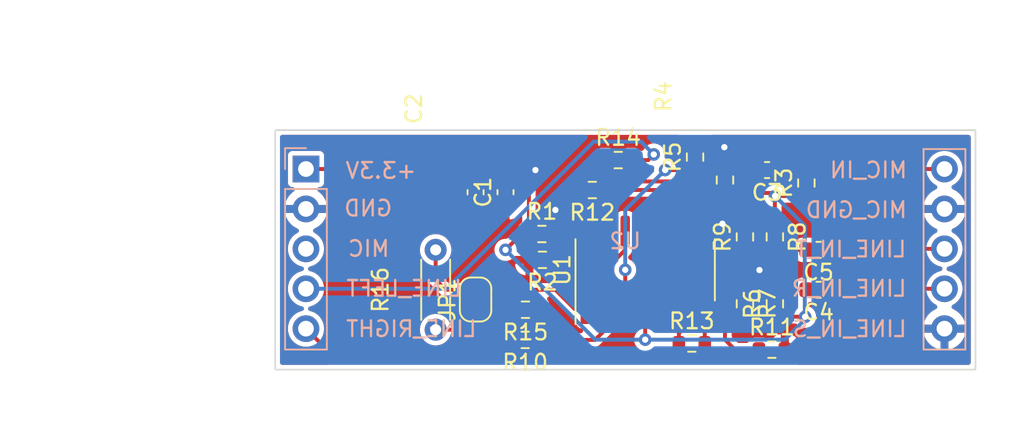
<source format=kicad_pcb>
(kicad_pcb (version 20211014) (generator pcbnew)
  (layers (0 "F.Cu" signal) (31 "B.Cu" signal) (34 "B.Paste" user) (35 "F.Paste" user) (36 "B.SilkS" user "B.Silkscreen") (37 "F.SilkS" user "F.Silkscreen") (38 "B.Mask" user) (39 "F.Mask" user) (44 "Edge.Cuts" user))
  (net 0 "")
  (net 1 "GND")
  (net 2 "+3V3")
  (net 3 "/MIC_IN")
  (net 4 "Net-(C3-Pad2)")
  (net 5 "/LINE_IN_T")
  (net 6 "Net-(C4-Pad2)")
  (net 7 "/LINE_IN_R")
  (net 8 "Net-(C5-Pad2)")
  (net 9 "Net-(JP1-Pad1)")
  (net 10 "/MIC")
  (net 11 "Net-(R1-Pad2)")
  (net 12 "Net-(R10-Pad1)")
  (net 13 "Net-(R11-Pad1)")
  (net 14 "Net-(R12-Pad1)")
  (net 15 "/LINE_LEFT")
  (net 16 "/LINE_RIGHT")
  (net 17 "Net-(U1-Pad13)")
  (footprint "Resistor_SMD:R_0603_1608Metric" (layer "F.Cu") (at 195.58 95.695 90)
    (fp_text reference "R9" (at 0 -1.43 90) (layer "F.SilkS"))
    (fp_text value "10K")
    (fp_line (start -0.237258 0.5225) (end 0.237258 0.5225) (layer "F.SilkS") (width 0.12))
    (fp_line (start -0.237258 -0.5225) (end 0.237258 -0.5225) (layer "F.SilkS") (width 0.12))
    (pad "1" smd roundrect (at -0.825 0 90) (size 0.8 0.95) (layers "F.Cu" "F.Paste" "F.Mask") (net 8 "Net-(C5-Pad2)"))
    (pad "2" smd roundrect (at 0.825 0 90) (size 0.8 0.95) (layers "F.Cu" "F.Paste" "F.Mask") (net 1 "GND"))
  )
  (footprint "Resistor_SMD:R_0603_1608Metric" (layer "F.Cu") (at 185.865 92.71 180)
    (fp_text reference "R12" (at 0 -1.43) (layer "F.SilkS"))
    (fp_text value "10K")
    (fp_line (start -0.237258 -0.5225) (end 0.237258 -0.5225) (layer "F.SilkS") (width 0.12))
    (fp_line (start -0.237258 0.5225) (end 0.237258 0.5225) (layer "F.SilkS") (width 0.12))
    (pad "1" smd roundrect (at -0.825 0 180) (size 0.8 0.95) (layers "F.Cu" "F.Paste" "F.Mask") (net 14 "Net-(R12-Pad1)"))
    (pad "2" smd roundrect (at 0.825 0 180) (size 0.8 0.95) (layers "F.Cu" "F.Paste" "F.Mask") (net 1 "GND"))
  )
  (footprint "Capacitor_SMD:C_0603_1608Metric" (layer "F.Cu") (at 196.99 91.44 180)
    (fp_text reference "C3" (at 0 -1.43) (layer "F.SilkS"))
    (fp_text value "1uF")
    (fp_line (start -0.14058 -0.51) (end 0.14058 -0.51) (layer "F.SilkS") (width 0.12))
    (fp_line (start -0.14058 0.51) (end 0.14058 0.51) (layer "F.SilkS") (width 0.12))
    (pad "1" smd roundrect (at -0.775 0 180) (size 0.9 0.95) (layers "F.Cu" "F.Paste" "F.Mask") (net 3 "/MIC_IN"))
    (pad "2" smd roundrect (at 0.775 0 180) (size 0.9 0.95) (layers "F.Cu" "F.Paste" "F.Mask") (net 4 "Net-(C3-Pad2)"))
  )
  (footprint "Resistor_SMD:R_0603_1608Metric" (layer "F.Cu") (at 192.405 90.615 90)
    (fp_text reference "R5" (at 0 -1.43 90) (layer "F.SilkS"))
    (fp_text value "10K")
    (fp_line (start -0.237258 0.5225) (end 0.237258 0.5225) (layer "F.SilkS") (width 0.12))
    (fp_line (start -0.237258 -0.5225) (end 0.237258 -0.5225) (layer "F.SilkS") (width 0.12))
    (pad "1" smd roundrect (at -0.825 0 90) (size 0.8 0.95) (layers "F.Cu" "F.Paste" "F.Mask") (net 4 "Net-(C3-Pad2)"))
    (pad "2" smd roundrect (at 0.825 0 90) (size 0.8 0.95) (layers "F.Cu" "F.Paste" "F.Mask") (net 1 "GND"))
  )
  (footprint "Resistor_SMD:R_0603_1608Metric" (layer "F.Cu") (at 197.485 99.95 90)
    (fp_text reference "R6" (at 0 -1.43 90) (layer "F.SilkS"))
    (fp_text value "10K")
    (fp_line (start -0.237258 0.5225) (end 0.237258 0.5225) (layer "F.SilkS") (width 0.12))
    (fp_line (start -0.237258 -0.5225) (end 0.237258 -0.5225) (layer "F.SilkS") (width 0.12))
    (pad "1" smd roundrect (at -0.825 0 90) (size 0.8 0.95) (layers "F.Cu" "F.Paste" "F.Mask") (net 2 "+3V3"))
    (pad "2" smd roundrect (at 0.825 0 90) (size 0.8 0.95) (layers "F.Cu" "F.Paste" "F.Mask") (net 6 "Net-(C4-Pad2)"))
  )
  (footprint "Capacitor_SMD:C_0603_1608Metric" (layer "F.Cu") (at 200.265 99.06 180)
    (fp_text reference "C4" (at 0 -1.43) (layer "F.SilkS"))
    (fp_text value "1uF")
    (fp_line (start -0.14058 -0.51) (end 0.14058 -0.51) (layer "F.SilkS") (width 0.12))
    (fp_line (start -0.14058 0.51) (end 0.14058 0.51) (layer "F.SilkS") (width 0.12))
    (pad "1" smd roundrect (at -0.775 0 180) (size 0.9 0.95) (layers "F.Cu" "F.Paste" "F.Mask") (net 7 "/LINE_IN_R"))
    (pad "2" smd roundrect (at 0.775 0 180) (size 0.9 0.95) (layers "F.Cu" "F.Paste" "F.Mask") (net 6 "Net-(C4-Pad2)"))
  )
  (footprint "Resistor_SMD:R_0603_1608Metric" (layer "F.Cu") (at 194.31 92.075 90)
    (fp_text reference "R4" (at 5.31 -3.925 90) (layer "F.SilkS"))
    (fp_text value "10K")
    (fp_line (start -0.237258 0.5225) (end 0.237258 0.5225) (layer "F.SilkS") (width 0.12))
    (fp_line (start -0.237258 -0.5225) (end 0.237258 -0.5225) (layer "F.SilkS") (width 0.12))
    (pad "1" smd roundrect (at -0.825 0 90) (size 0.8 0.95) (layers "F.Cu" "F.Paste" "F.Mask") (net 2 "+3V3"))
    (pad "2" smd roundrect (at 0.825 0 90) (size 0.8 0.95) (layers "F.Cu" "F.Paste" "F.Mask") (net 4 "Net-(C3-Pad2)"))
  )
  (footprint "Resistor_SMD:R_0603_1608Metric" (layer "F.Cu") (at 195.58 99.95 -90)
    (fp_text reference "R7" (at 0 -1.43 90) (layer "F.SilkS"))
    (fp_text value "10K")
    (fp_line (start -0.237258 0.5225) (end 0.237258 0.5225) (layer "F.SilkS") (width 0.12))
    (fp_line (start -0.237258 -0.5225) (end 0.237258 -0.5225) (layer "F.SilkS") (width 0.12))
    (pad "1" smd roundrect (at -0.825 0 270) (size 0.8 0.95) (layers "F.Cu" "F.Paste" "F.Mask") (net 6 "Net-(C4-Pad2)"))
    (pad "2" smd roundrect (at 0.825 0 270) (size 0.8 0.95) (layers "F.Cu" "F.Paste" "F.Mask") (net 1 "GND"))
  )
  (footprint "Resistor_SMD:R_0603_1608Metric" (layer "F.Cu") (at 182.69 97.155 180)
    (fp_text reference "R2" (at 0 -1.43) (layer "F.SilkS"))
    (fp_text value "100K")
    (fp_line (start -0.237258 0.5225) (end 0.237258 0.5225) (layer "F.SilkS") (width 0.12))
    (fp_line (start -0.237258 -0.5225) (end 0.237258 -0.5225) (layer "F.SilkS") (width 0.12))
    (pad "1" smd roundrect (at -0.825 0 180) (size 0.8 0.95) (layers "F.Cu" "F.Paste" "F.Mask") (net 11 "Net-(R1-Pad2)"))
    (pad "2" smd roundrect (at 0.825 0 180) (size 0.8 0.95) (layers "F.Cu" "F.Paste" "F.Mask") (net 1 "GND"))
  )
  (footprint "Capacitor_SMD:C_0603_1608Metric" (layer "F.Cu") (at 200.265 96.52 180)
    (fp_text reference "C5" (at 0 -1.43) (layer "F.SilkS"))
    (fp_text value "1uF")
    (fp_line (start -0.14058 0.51) (end 0.14058 0.51) (layer "F.SilkS") (width 0.12))
    (fp_line (start -0.14058 -0.51) (end 0.14058 -0.51) (layer "F.SilkS") (width 0.12))
    (pad "1" smd roundrect (at -0.775 0 180) (size 0.9 0.95) (layers "F.Cu" "F.Paste" "F.Mask") (net 5 "/LINE_IN_T"))
    (pad "2" smd roundrect (at 0.775 0 180) (size 0.9 0.95) (layers "F.Cu" "F.Paste" "F.Mask") (net 8 "Net-(C5-Pad2)"))
  )
  (footprint "Resistor_SMD:R_0603_1608Metric" (layer "F.Cu") (at 182.655 95.51)
    (fp_text reference "R1" (at 0 -1.43) (layer "F.SilkS"))
    (fp_text value "100K")
    (fp_line (start -0.237258 0.5225) (end 0.237258 0.5225) (layer "F.SilkS") (width 0.12))
    (fp_line (start -0.237258 -0.5225) (end 0.237258 -0.5225) (layer "F.SilkS") (width 0.12))
    (pad "1" smd roundrect (at -0.825 0) (size 0.8 0.95) (layers "F.Cu" "F.Paste" "F.Mask") (net 2 "+3V3"))
    (pad "2" smd roundrect (at 0.825 0) (size 0.8 0.95) (layers "F.Cu" "F.Paste" "F.Mask") (net 11 "Net-(R1-Pad2)"))
  )
  (footprint "Capacitor_SMD:C_0603_1608Metric" (layer "F.Cu") (at 178.435 92.85 90)
    (fp_text reference "C2" (at 5.31 -3.925 90) (layer "F.SilkS"))
    (fp_text value "1uF")
    (fp_line (start -0.14058 -0.51) (end 0.14058 -0.51) (layer "F.SilkS") (width 0.12))
    (fp_line (start -0.14058 0.51) (end 0.14058 0.51) (layer "F.SilkS") (width 0.12))
    (pad "1" smd roundrect (at -0.775 0 90) (size 0.9 0.95) (layers "F.Cu" "F.Paste" "F.Mask") (net 1 "GND"))
    (pad "2" smd roundrect (at 0.775 0 90) (size 0.9 0.95) (layers "F.Cu" "F.Paste" "F.Mask") (net 2 "+3V3"))
  )
  (footprint "Resistor_SMD:R_0603_1608Metric" (layer "F.Cu") (at 199.49 92.265 90)
    (fp_text reference "R3" (at 0 -1.43 90) (layer "F.SilkS"))
    (fp_text value "2.2K")
    (fp_line (start -0.237258 -0.5225) (end 0.237258 -0.5225) (layer "F.SilkS") (width 0.12))
    (fp_line (start -0.237258 0.5225) (end 0.237258 0.5225) (layer "F.SilkS") (width 0.12))
    (pad "1" smd roundrect (at -0.825 0 90) (size 0.8 0.95) (layers "F.Cu" "F.Paste" "F.Mask") (net 2 "+3V3"))
    (pad "2" smd roundrect (at 0.825 0 90) (size 0.8 0.95) (layers "F.Cu" "F.Paste" "F.Mask") (net 3 "/MIC_IN"))
  )
  (footprint "Resistor_SMD:R_0603_1608Metric" (layer "F.Cu") (at 181.610454 100.33 180)
    (fp_text reference "R15" (at 0 -1.43) (layer "F.SilkS"))
    (fp_text value "100K")
    (fp_line (start -0.237258 0.5225) (end 0.237258 0.5225) (layer "F.SilkS") (width 0.12))
    (fp_line (start -0.237258 -0.5225) (end 0.237258 -0.5225) (layer "F.SilkS") (width 0.12))
    (pad "1" smd roundrect (at -0.825 0 180) (size 0.8 0.95) (layers "F.Cu" "F.Paste" "F.Mask") (net 12 "Net-(R10-Pad1)"))
    (pad "2" smd roundrect (at 0.825 0 180) (size 0.8 0.95) (layers "F.Cu" "F.Paste" "F.Mask") (net 9 "Net-(JP1-Pad1)"))
  )
  (footprint "Resistor_SMD:R_0603_1608Metric" (layer "F.Cu") (at 192.199651 102.480021)
    (fp_text reference "R13" (at 0 -1.43) (layer "F.SilkS"))
    (fp_text value "2K")
    (fp_line (start -0.237258 -0.5225) (end 0.237258 -0.5225) (layer "F.SilkS") (width 0.12))
    (fp_line (start -0.237258 0.5225) (end 0.237258 0.5225) (layer "F.SilkS") (width 0.12))
    (pad "1" smd roundrect (at -0.825 0) (size 0.8 0.95) (layers "F.Cu" "F.Paste" "F.Mask") (net 13 "Net-(R11-Pad1)"))
    (pad "2" smd roundrect (at 0.825 0) (size 0.8 0.95) (layers "F.Cu" "F.Paste" "F.Mask") (net 16 "/LINE_RIGHT"))
  )
  (footprint "Resistor_SMD:R_0603_1608Metric" (layer "F.Cu") (at 181.593295 102.251553 180)
    (fp_text reference "R10" (at 0 -1.43) (layer "F.SilkS"))
    (fp_text value "1K")
    (fp_line (start -0.237258 0.5225) (end 0.237258 0.5225) (layer "F.SilkS") (width 0.12))
    (fp_line (start -0.237258 -0.5225) (end 0.237258 -0.5225) (layer "F.SilkS") (width 0.12))
    (pad "1" smd roundrect (at -0.825 0 180) (size 0.8 0.95) (layers "F.Cu" "F.Paste" "F.Mask") (net 12 "Net-(R10-Pad1)"))
    (pad "2" smd roundrect (at 0.825 0 180) (size 0.8 0.95) (layers "F.Cu" "F.Paste" "F.Mask") (net 1 "GND"))
  )
  (footprint "Resistor_SMD:R_0603_1608Metric" (layer "F.Cu") (at 187.515 90.805)
    (fp_text reference "R14" (at 0 -1.43) (layer "F.SilkS"))
    (fp_text value "2K")
    (fp_line (start -0.237258 0.5225) (end 0.237258 0.5225) (layer "F.SilkS") (width 0.12))
    (fp_line (start -0.237258 -0.5225) (end 0.237258 -0.5225) (layer "F.SilkS") (width 0.12))
    (pad "1" smd roundrect (at -0.825 0) (size 0.8 0.95) (layers "F.Cu" "F.Paste" "F.Mask") (net 14 "Net-(R12-Pad1)"))
    (pad "2" smd roundrect (at 0.825 0) (size 0.8 0.95) (layers "F.Cu" "F.Paste" "F.Mask") (net 15 "/LINE_LEFT"))
  )
  (footprint "Resistor_SMD:R_0603_1608Metric" (layer "F.Cu") (at 197.295 102.87)
    (fp_text reference "R11" (at 0 -1.43) (layer "F.SilkS"))
    (fp_text value "10K")
    (fp_line (start -0.237258 -0.5225) (end 0.237258 -0.5225) (layer "F.SilkS") (width 0.12))
    (fp_line (start -0.237258 0.5225) (end 0.237258 0.5225) (layer "F.SilkS") (width 0.12))
    (pad "1" smd roundrect (at -0.825 0) (size 0.8 0.95) (layers "F.Cu" "F.Paste" "F.Mask") (net 13 "Net-(R11-Pad1)"))
    (pad "2" smd roundrect (at 0.825 0) (size 0.8 0.95) (layers "F.Cu" "F.Paste" "F.Mask") (net 1 "GND"))
  )
  (footprint "Resistor_SMD:R_0603_1608Metric" (layer "F.Cu") (at 197.485 95.695 -90)
    (fp_text reference "R8" (at 0 -1.43 90) (layer "F.SilkS"))
    (fp_text value "10K")
    (fp_line (start -0.237258 -0.5225) (end 0.237258 -0.5225) (layer "F.SilkS") (width 0.12))
    (fp_line (start -0.237258 0.5225) (end 0.237258 0.5225) (layer "F.SilkS") (width 0.12))
    (pad "1" smd roundrect (at -0.825 0 270) (size 0.8 0.95) (layers "F.Cu" "F.Paste" "F.Mask") (net 2 "+3V3"))
    (pad "2" smd roundrect (at 0.825 0 270) (size 0.8 0.95) (layers "F.Cu" "F.Paste" "F.Mask") (net 8 "Net-(C5-Pad2)"))
  )
  (footprint "Jumper:SolderJumper-2_P1.3mm_Bridged_RoundedPad1.0x1.5mm" (layer "F.Cu") (at 178.435 99.68 90)
    (fp_text reference "JP1" (at 0 -1.8 90) (layer "F.SilkS"))
    (fp_text value "SolderJumper_2_Bridged")
    (fp_poly (pts (xy 0.25 -0.3) (xy -0.25 -0.3) (xy -0.25 0.3) (xy 0.25 0.3)) (layer "F.Cu") (width 0) (fill solid))
    (fp_line (start -1.4 0.3) (end -1.4 -0.3) (layer "F.SilkS") (width 0.12))
    (fp_line (start 0.7 1) (end -0.7 1) (layer "F.SilkS") (width 0.12))
    (fp_line (start 1.4 -0.3) (end 1.4 0.3) (layer "F.SilkS") (width 0.12))
    (fp_line (start -0.7 -1) (end 0.7 -1) (layer "F.SilkS") (width 0.12))
    (fp_arc (start -1.4 -0.3) (mid -1.194975 -0.794975) (end -0.7 -1) (layer "F.SilkS") (width 0.12))
    (fp_arc (start 0.7 -1) (mid 1.194975 -0.794975) (end 1.4 -0.3) (layer "F.SilkS") (width 0.12))
    (fp_arc (start -0.7 1) (mid -1.194975 0.794975) (end -1.4 0.3) (layer "F.SilkS") (width 0.12))
    (fp_arc (start 1.4 0.3) (mid 1.194975 0.794975) (end 0.7 1) (layer "F.SilkS") (width 0.12))
    (pad "1" smd custom (at -0.65 0 90) (size 1 0.5) (layers "F.Cu" "F.Mask") (net 9 "Net-(JP1-Pad1)") (options (clearance outline) (anchor rect)) (primitives (gr_circle (center 0 0.25) (end 0.5 0.25) (width 0) (fill yes)) (gr_circle (center 0 -0.25) (end 0.5 -0.25) (width 0) (fill yes)) (gr_poly (pts (xy 0.5 0.75) (xy 0 0.75) (xy 0 -0.75) (xy 0.5 -0.75)) (width 0) (fill yes))))
    (pad "2" smd custom (at 0.65 0 90) (size 1 0.5) (layers "F.Cu" "F.Mask") (net 10 "/MIC") (options (clearance outline) (anchor rect)) (primitives (gr_circle (center 0 0.25) (end 0.5 0.25) (width 0) (fill yes)) (gr_circle (center 0 -0.25) (end 0.5 -0.25) (width 0) (fill yes)) (gr_poly (pts (xy 0 0.75) (xy -0.5 0.75) (xy -0.5 -0.75) (xy 0 -0.75)) (width 0) (fill yes))))
  )
  (footprint "Capacitor_SMD:C_0603_1608Metric" (layer "F.Cu") (at 180.34 92.85 90)
    (fp_text reference "C1" (at 0 -1.43 90) (layer "F.SilkS"))
    (fp_text value "100nF")
    (fp_line (start -0.14058 0.51) (end 0.14058 0.51) (layer "F.SilkS") (width 0.12))
    (fp_line (start -0.14058 -0.51) (end 0.14058 -0.51) (layer "F.SilkS") (width 0.12))
    (pad "1" smd roundrect (at -0.775 0 90) (size 0.9 0.95) (layers "F.Cu" "F.Paste" "F.Mask") (net 1 "GND"))
    (pad "2" smd roundrect (at 0.775 0 90) (size 0.9 0.95) (layers "F.Cu" "F.Paste" "F.Mask") (net 2 "+3V3"))
  )
  (footprint "Package_SO:SOIC-14_3.9x8.7mm_P1.27mm" (layer "F.Cu") (at 189.23 97.79 90)
    (fp_text reference "U1" (at 0 -5.28 90) (layer "F.SilkS"))
    (fp_text value "Opamp_Quad")
    (fp_line (start 0 -4.435) (end -3.45 -4.435) (layer "F.SilkS") (width 0.12))
    (fp_line (start 0 -4.435) (end 1.95 -4.435) (layer "F.SilkS") (width 0.12))
    (fp_line (start 0 4.435) (end 1.95 4.435) (layer "F.SilkS") (width 0.12))
    (fp_line (start 0 4.435) (end -1.95 4.435) (layer "F.SilkS") (width 0.12))
    (pad "1" smd roundrect (at -2.475 -3.81 90) (size 1.95 0.6) (layers "F.Cu" "F.Paste" "F.Mask") (net 10 "/MIC"))
    (pad "2" smd roundrect (at -2.475 -2.54 90) (size 1.95 0.6) (layers "F.Cu" "F.Paste" "F.Mask") (net 12 "Net-(R10-Pad1)"))
    (pad "3" smd roundrect (at -2.475 -1.27 90) (size 1.95 0.6) (layers "F.Cu" "F.Paste" "F.Mask") (net 4 "Net-(C3-Pad2)"))
    (pad "4" smd roundrect (at -2.475 0 90) (size 1.95 0.6) (layers "F.Cu" "F.Paste" "F.Mask") (net 2 "+3V3"))
    (pad "5" smd roundrect (at -2.475 1.27 90) (size 1.95 0.6) (layers "F.Cu" "F.Paste" "F.Mask") (net 6 "Net-(C4-Pad2)"))
    (pad "6" smd roundrect (at -2.475 2.54 90) (size 1.95 0.6) (layers "F.Cu" "F.Paste" "F.Mask") (net 13 "Net-(R11-Pad1)"))
    (pad "7" smd roundrect (at -2.475 3.81 90) (size 1.95 0.6) (layers "F.Cu" "F.Paste" "F.Mask") (net 16 "/LINE_RIGHT"))
    (pad "8" smd roundrect (at 2.475 3.81 90) (size 1.95 0.6) (layers "F.Cu" "F.Paste" "F.Mask") (net 15 "/LINE_LEFT"))
    (pad "9" smd roundrect (at 2.475 2.54 90) (size 1.95 0.6) (layers "F.Cu" "F.Paste" "F.Mask") (net 14 "Net-(R12-Pad1)"))
    (pad "10" smd roundrect (at 2.475 1.27 90) (size 1.95 0.6) (layers "F.Cu" "F.Paste" "F.Mask") (net 8 "Net-(C5-Pad2)"))
    (pad "11" smd roundrect (at 2.475 0 90) (size 1.95 0.6) (layers "F.Cu" "F.Paste" "F.Mask") (net 1 "GND"))
    (pad "12" smd roundrect (at 2.475 -1.27 90) (size 1.95 0.6) (layers "F.Cu" "F.Paste" "F.Mask") (net 11 "Net-(R1-Pad2)"))
    (pad "13" smd roundrect (at 2.475 -2.54 90) (size 1.95 0.6) (layers "F.Cu" "F.Paste" "F.Mask") (net 17 "Net-(U1-Pad13)"))
    (pad "14" smd roundrect (at 2.475 -3.81 90) (size 1.95 0.6) (layers "F.Cu" "F.Paste" "F.Mask") (net 17 "Net-(U1-Pad13)"))
  )
  (footprint "Resistor_THT:R_Axial_DIN0204_L3.6mm_D1.6mm_P5.08mm_Horizontal" (layer "F.Cu") (at 175.895 101.6 90)
    (fp_text reference "R16" (at 2.54 -3.52 90) (layer "F.SilkS"))
    (fp_text value "DNP")
    (fp_line (start 0.62 -0.92) (end 4.46 -0.92) (layer "F.SilkS") (width 0.12))
    (fp_line (start 0.62 0.92) (end 4.46 0.92) (layer "F.SilkS") (width 0.12))
    (pad "1" thru_hole circle (at 0 0 90) (size 1.4 1.4) (drill 0.7) (layers *.Cu *.Mask) (net 12 "Net-(R10-Pad1)"))
    (pad "2" thru_hole oval (at 5.08 0 90) (size 1.4 1.4) (drill 0.7) (layers *.Cu *.Mask) (net 10 "/MIC"))
  )
  (footprint "SaawLib:SW-32MA_Header" (layer "F.Cu") (at 187.96 96.455)
    (fp_text reference "U2" (at 0 -0.5 unlocked) (layer "B.SilkS") (effects (justify mirror)))
    (fp_text value "SW-32MA")
    (fp_text user "GND" (at -16.359293 -2.583074 unlocked) (layer "B.SilkS") (effects (justify mirror)))
    (fp_text user "+3.3V" (at -15.549158 -4.978255 unlocked) (layer "B.SilkS") (effects (justify mirror)))
    (fp_text user "MIC_GND" (at 14.70762 -2.477404 unlocked) (layer "B.SilkS") (effects (justify mirror)))
    (fp_text user "MIC_IN" (at 15.482531 -5.013478 unlocked) (layer "B.SilkS") (effects (justify mirror)))
    (fp_text user "LINE_IN_T" (at 14.355387 0.023447 unlocked) (layer "B.SilkS") (effects (justify mirror)))
    (fp_text user "LINE_IN_S" (at 14.284941 5.095596 unlocked) (layer "B.SilkS") (effects (justify mirror)))
    (fp_text user "MIC" (at -16.32407 -0.011776 unlocked) (layer "B.SilkS") (effects (justify mirror)))
    (fp_text user "LINE_IN_R" (at 14.249717 2.524298 unlocked) (layer "B.SilkS") (effects (justify mirror)))
    (fp_text user "LINE_LEFT" (at -14.069781 2.524298 unlocked) (layer "B.SilkS") (effects (justify mirror)))
    (fp_text user "LINE_RIGHT" (at -13.611879 5.095596 unlocked) (layer "B.SilkS") (effects (justify mirror)))
    (fp_line (start -18.99 6.41) (end -21.65 6.41) (layer "B.SilkS") (width 0.12))
    (fp_line (start -21.65 -6.41) (end -21.65 -5.08) (layer "B.SilkS") (width 0.12))
    (fp_line (start 18.99 -6.35) (end 18.99 6.41) (layer "B.SilkS") (width 0.12))
    (fp_line (start -21.65 -3.81) (end -21.65 6.41) (layer "B.SilkS") (width 0.12))
    (fp_line (start 21.65 -6.35) (end 21.65 6.41) (layer "B.SilkS") (width 0.12))
    (fp_line (start -20.32 -6.41) (end -21.65 -6.41) (layer "B.SilkS") (width 0.12))
    (fp_line (start 21.65 6.41) (end 18.99 6.41) (layer "B.SilkS") (width 0.12))
    (fp_line (start -18.99 -3.81) (end -21.65 -3.81) (layer "B.SilkS") (width 0.12))
    (fp_line (start -18.99 -3.81) (end -18.99 6.41) (layer "B.SilkS") (width 0.12))
    (fp_line (start 21.65 -6.35) (end 18.99 -6.35) (layer "B.SilkS") (width 0.12))
    (pad "1" thru_hole rect locked (at -20.32 -5.08) (size 1.7 1.7) (drill 1) (layers *.Cu *.Mask) (net 2 "+3V3"))
    (pad "2" thru_hole oval locked (at -20.32 -2.54) (size 1.7 1.7) (drill 1) (layers *.Cu *.Mask) (net 1 "GND"))
    (pad "3" thru_hole oval locked (at -20.32 0) (size 1.7 1.7) (drill 1) (layers *.Cu *.Mask) (net 10 "/MIC"))
    (pad "4" thru_hole oval locked (at -20.32 2.54) (size 1.7 1.7) (drill 1) (layers *.Cu *.Mask) (net 15 "/LINE_LEFT"))
    (pad "5" thru_hole oval locked (at -20.32 5.08) (size 1.7 1.7) (drill 1) (layers *.Cu *.Mask) (net 16 "/LINE_RIGHT"))
    (pad "6" thru_hole circle locked (at 20.32 -5.08) (size 1.7 1.7) (drill 1) (layers *.Cu *.Mask) (net 3 "/MIC_IN"))
    (pad "7" thru_hole oval locked (at 20.32 -2.54) (size 1.7 1.7) (drill 1) (layers *.Cu *.Mask) (net 1 "GND"))
    (pad "8" thru_hole oval locked (at 20.32 0) (size 1.7 1.7) (drill 1) (layers *.Cu *.Mask) (net 5 "/LINE_IN_T"))
    (pad "9" thru_hole oval locked (at 20.32 2.54) (size 1.7 1.7) (drill 1) (layers *.Cu *.Mask) (net 7 "/LINE_IN_R"))
    (pad "10" thru_hole oval locked (at 20.32 5.08) (size 1.7 1.7) (drill 1) (layers *.Cu *.Mask) (net 1 "GND"))
  )
  (gr_rect (start 165.686431 88.9) (end 210.252487 104.14) (layer "Edge.Cuts") (width 0.1) (fill none))
  (via (at 194.269482 89.983605) (size 0.8) (drill 0.4) (layers "F.Cu" "B.Cu") (net 1))
  (via (at 196.504068 97.804656) (size 0.8) (drill 0.4) (layers "F.Cu" "B.Cu") (net 1))
  (via (at 183.515 93.98) (size 0.8) (drill 0.4) (layers "F.Cu" "B.Cu") (net 1))
  (via (at 182.245 91.44) (size 0.8) (drill 0.4) (layers "F.Cu" "B.Cu") (net 1))
  (via (at 194.146652 94.856005) (size 0.8) (drill 0.4) (layers "F.Cu" "B.Cu") (net 1))
  (segment (start 197.30484 92.9) (end 194.31 92.9) (width 0.25) (layer "F.Cu") (net 2))
  (segment (start 199.49 93.09) (end 197.49484 93.09) (width 0.25) (layer "F.Cu") (net 2))
  (segment (start 199.404786 100.775) (end 199.410156 100.78037) (width 0.25) (layer "F.Cu") (net 2))
  (segment (start 181.83 95.51) (end 181.35 95.51) (width 0.25) (layer "F.Cu") (net 2))
  (segment (start 178.435 92.075) (end 180.34 92.075) (width 0.25) (layer "F.Cu") (net 2))
  (segment (start 189.23 102.235) (end 189.23 100.265) (width 0.25) (layer "F.Cu") (net 2))
  (segment (start 197.494458 93.089618) (end 197.485 93.099076) (width 0.25) (layer "F.Cu") (net 2))
  (segment (start 170.115 91.375) (end 167.64 91.375) (width 0.25) (layer "F.Cu") (net 2))
  (segment (start 180.34 92.075) (end 181.166536 92.075) (width 0.25) (layer "F.Cu") (net 2))
  (segment (start 197.485 100.775) (end 199.404786 100.775) (width 0.25) (layer "F.Cu") (net 2))
  (segment (start 181.35 95.51) (end 180.34 96.52) (width 0.25) (layer "F.Cu") (net 2))
  (segment (start 178.435 92.075) (end 170.815 92.075) (width 0.25) (layer "F.Cu") (net 2))
  (segment (start 197.485 93.099076) (end 197.485 94.87) (width 0.25) (layer "F.Cu") (net 2))
  (segment (start 181.166536 92.075) (end 181.83 92.738464) (width 0.25) (layer "F.Cu") (net 2))
  (segment (start 197.494458 93.089618) (end 197.30484 92.9) (width 0.25) (layer "F.Cu") (net 2))
  (segment (start 181.83 92.738464) (end 181.83 95.51) (width 0.25) (layer "F.Cu") (net 2))
  (segment (start 170.815 92.075) (end 170.115 91.375) (width 0.25) (layer "F.Cu") (net 2))
  (segment (start 197.49484 93.09) (end 197.494458 93.089618) (width 0.25) (layer "F.Cu") (net 2))
  (via (at 180.34 96.52) (size 0.8) (drill 0.4) (layers "F.Cu" "B.Cu") (net 2))
  (via (at 199.410156 100.78037) (size 0.8) (drill 0.4) (layers "F.Cu" "B.Cu") (net 2))
  (via (at 197.494458 93.089618) (size 0.8) (drill 0.4) (layers "F.Cu" "B.Cu") (net 2))
  (via (at 189.23 102.235) (size 0.8) (drill 0.4) (layers "F.Cu" "B.Cu") (net 2))
  (segment (start 199.39 94.98516) (end 197.494458 93.089618) (width 0.25) (layer "B.Cu") (net 2))
  (segment (start 186.055 102.235) (end 189.23 102.235) (width 0.25) (layer "B.Cu") (net 2))
  (segment (start 180.34 96.52) (end 186.055 102.235) (width 0.25) (layer "B.Cu") (net 2))
  (segment (start 199.39 100.965) (end 199.39 94.98516) (width 0.25) (layer "B.Cu") (net 2))
  (segment (start 189.23 102.235) (end 198.12 102.235) (width 0.25) (layer "B.Cu") (net 2))
  (segment (start 198.12 102.235) (end 199.39 100.965) (width 0.25) (layer "B.Cu") (net 2))
  (segment (start 199.49 91.44) (end 199.555 91.375) (width 0.25) (layer "F.Cu") (net 3))
  (segment (start 199.555 91.375) (end 208.28 91.375) (width 0.25) (layer "F.Cu") (net 3))
  (segment (start 208.28 91.375) (end 208.28 91.44) (width 0.25) (layer "F.Cu") (net 3))
  (segment (start 199.49 91.44) (end 197.765 91.44) (width 0.25) (layer "F.Cu") (net 3))
  (segment (start 192.405 91.44) (end 190.5 91.44) (width 0.25) (layer "F.Cu") (net 4))
  (segment (start 187.96 97.79) (end 187.96 100.265) (width 0.25) (layer "F.Cu") (net 4))
  (segment (start 196.215 91.44) (end 194.31 91.44) (width 0.25) (layer "F.Cu") (net 4))
  (segment (start 194.31 91.44) (end 192.405 91.44) (width 0.25) (layer "F.Cu") (net 4))
  (via (at 190.5 91.44) (size 0.8) (drill 0.4) (layers "F.Cu" "B.Cu") (net 4))
  (via (at 187.96 97.79) (size 0.8) (drill 0.4) (layers "F.Cu" "B.Cu") (net 4))
  (segment (start 187.96 93.98) (end 187.96 97.79) (width 0.25) (layer "B.Cu") (net 4))
  (segment (start 190.5 91.44) (end 187.96 93.98) (width 0.25) (layer "B.Cu") (net 4))
  (segment (start 201.04 96.52) (end 201.105 96.455) (width 0.25) (layer "F.Cu") (net 5))
  (segment (start 201.105 96.455) (end 208.28 96.455) (width 0.25) (layer "F.Cu") (net 5))
  (segment (start 194.842073 99.125) (end 193.965475 98.248402) (width 0.25) (layer "F.Cu") (net 6))
  (segment (start 195.58 99.125) (end 197.485 99.125) (width 0.25) (layer "F.Cu") (net 6))
  (segment (start 195.58 99.125) (end 194.842073 99.125) (width 0.25) (layer "F.Cu") (net 6))
  (segment (start 190.964745 98.248402) (end 190.5 98.713147) (width 0.25) (layer "F.Cu") (net 6))
  (segment (start 199.49 99.06) (end 197.55 99.06) (width 0.25) (layer "F.Cu") (net 6))
  (segment (start 193.965475 98.248402) (end 190.964745 98.248402) (width 0.25) (layer "F.Cu") (net 6))
  (segment (start 197.55 99.06) (end 197.485 99.125) (width 0.25) (layer "F.Cu") (net 6))
  (segment (start 190.5 98.713147) (end 190.5 100.265) (width 0.25) (layer "F.Cu") (net 6))
  (segment (start 201.04 99.06) (end 201.105 98.995) (width 0.25) (layer "F.Cu") (net 7))
  (segment (start 201.105 98.995) (end 208.28 98.995) (width 0.25) (layer "F.Cu") (net 7))
  (segment (start 199.49 96.52) (end 197.485 96.52) (width 0.25) (layer "F.Cu") (net 8))
  (segment (start 190.826909 96.880772) (end 190.5 96.553863) (width 0.25) (layer "F.Cu") (net 8))
  (segment (start 194.507921 96.52) (end 194.147149 96.880772) (width 0.25) (layer "F.Cu") (net 8))
  (segment (start 197.485 96.52) (end 195.58 96.52) (width 0.25) (layer "F.Cu") (net 8))
  (segment (start 195.58 96.52) (end 194.507921 96.52) (width 0.25) (layer "F.Cu") (net 8))
  (segment (start 190.5 96.553863) (end 190.5 95.315) (width 0.25) (layer "F.Cu") (net 8))
  (segment (start 194.147149 96.880772) (end 190.826909 96.880772) (width 0.25) (layer "F.Cu") (net 8))
  (segment (start 178.435 100.33) (end 180.785454 100.33) (width 0.25) (layer "F.Cu") (net 9))
  (segment (start 167.705 96.52) (end 167.64 96.455) (width 0.25) (layer "F.Cu") (net 10))
  (segment (start 179.04 99.06) (end 176.53 99.06) (width 0.25) (layer "F.Cu") (net 10))
  (segment (start 184.72 100.265) (end 183.515 99.06) (width 0.25) (layer "F.Cu") (net 10))
  (segment (start 185.42 100.265) (end 184.72 100.265) (width 0.25) (layer "F.Cu") (net 10))
  (segment (start 178.465 99.06) (end 178.435 99.03) (width 0.25) (layer "F.Cu") (net 10))
  (segment (start 176.53 99.06) (end 175.895 98.425) (width 0.25) (layer "F.Cu") (net 10))
  (segment (start 179.07 99.03) (end 179.04 99.06) (width 0.25) (layer "F.Cu") (net 10))
  (segment (start 183.515 99.06) (end 178.465 99.06) (width 0.25) (layer "F.Cu") (net 10))
  (segment (start 175.895 98.425) (end 175.895 96.52) (width 0.25) (layer "F.Cu") (net 10))
  (segment (start 183.515 97.155) (end 183.515 95.545) (width 0.25) (layer "F.Cu") (net 11))
  (segment (start 187.325 97.155) (end 187.96 96.52) (width 0.25) (layer "F.Cu") (net 11))
  (segment (start 183.515 97.155) (end 187.325 97.155) (width 0.25) (layer "F.Cu") (net 11))
  (segment (start 183.515 95.545) (end 183.48 95.51) (width 0.25) (layer "F.Cu") (net 11))
  (segment (start 187.96 96.52) (end 187.96 95.315) (width 0.25) (layer "F.Cu") (net 11))
  (segment (start 182.435454 102.07967) (end 182.435 102.080124) (width 0.25) (layer "F.Cu") (net 12))
  (segment (start 186.038447 102.251553) (end 186.69 101.6) (width 0.25) (layer "F.Cu") (net 12))
  (segment (start 175.895 101.6) (end 179.716438 101.6) (width 0.25) (layer "F.Cu") (net 12))
  (segment (start 180.033323 101.283115) (end 182.435454 101.283115) (width 0.25) (layer "F.Cu") (net 12))
  (segment (start 182.418295 102.251553) (end 186.038447 102.251553) (width 0.25) (layer "F.Cu") (net 12))
  (segment (start 182.435454 100.33) (end 182.435454 101.283115) (width 0.25) (layer "F.Cu") (net 12))
  (segment (start 179.716438 101.6) (end 180.033323 101.283115) (width 0.25) (layer "F.Cu") (net 12))
  (segment (start 186.69 101.6) (end 186.69 100.265) (width 0.25) (layer "F.Cu") (net 12))
  (segment (start 182.435454 101.283115) (end 182.435454 102.07967) (width 0.25) (layer "F.Cu") (net 12))
  (segment (start 191.972458 98.778795) (end 191.77 98.981253) (width 0.25) (layer "F.Cu") (net 13))
  (segment (start 191.77 98.981253) (end 191.77 100.265) (width 0.25) (layer "F.Cu") (net 13))
  (segment (start 191.374651 101.825094) (end 191.77 101.429745) (width 0.25) (layer "F.Cu") (net 13))
  (segment (start 194.31 102.235) (end 194.31 99.621884) (width 0.25) (layer "F.Cu") (net 13))
  (segment (start 196.47 102.87) (end 194.945 102.87) (width 0.25) (layer "F.Cu") (net 13))
  (segment (start 194.945 102.87) (end 194.31 102.235) (width 0.25) (layer "F.Cu") (net 13))
  (segment (start 194.31 99.621884) (end 193.466911 98.778795) (width 0.25) (layer "F.Cu") (net 13))
  (segment (start 193.466911 98.778795) (end 191.972458 98.778795) (width 0.25) (layer "F.Cu") (net 13))
  (segment (start 191.374651 102.480021) (end 191.374651 101.825094) (width 0.25) (layer "F.Cu") (net 13))
  (segment (start 191.77 101.429745) (end 191.77 100.265) (width 0.25) (layer "F.Cu") (net 13))
  (segment (start 186.69 92.71) (end 186.69 90.805) (width 0.25) (layer "F.Cu") (net 14))
  (segment (start 191.77 93.98) (end 191.77 95.315) (width 0.25) (layer "F.Cu") (net 14))
  (segment (start 190.5 92.71) (end 191.77 93.98) (width 0.25) (layer "F.Cu") (net 14))
  (segment (start 186.69 92.71) (end 190.5 92.71) (width 0.25) (layer "F.Cu") (net 14))
  (segment (start 189.418082 90.805) (end 188.34 90.805) (width 0.25) (layer "F.Cu") (net 15))
  (segment (start 193.04 93.979283) (end 191.225228 92.164511) (width 0.25) (layer "F.Cu") (net 15))
  (segment (start 193.04 95.315) (end 193.04 93.979283) (width 0.25) (layer "F.Cu") (net 15))
  (segment (start 188.684511 92.164511) (end 188.34 91.82) (width 0.25) (layer "F.Cu") (net 15))
  (segment (start 191.225228 92.164511) (end 188.684511 92.164511) (width 0.25) (layer "F.Cu") (net 15))
  (segment (start 188.34 91.82) (end 188.34 90.805) (width 0.25) (layer "F.Cu") (net 15))
  (segment (start 189.776419 90.446663) (end 189.418082 90.805) (width 0.25) (layer "F.Cu") (net 15))
  (via (at 189.776419 90.446663) (size 0.8) (drill 0.4) (layers "F.Cu" "B.Cu") (net 15))
  (segment (start 185.959574 89.630426) (end 176.595 98.995) (width 0.25) (layer "B.Cu") (net 15))
  (segment (start 189.776419 90.446663) (end 188.960182 89.630426) (width 0.25) (layer "B.Cu") (net 15))
  (segment (start 188.960182 89.630426) (end 185.959574 89.630426) (width 0.25) (layer "B.Cu") (net 15))
  (segment (start 176.595 98.995) (end 167.64 98.995) (width 0.25) (layer "B.Cu") (net 15))
  (segment (start 193.029077 103.228336) (end 192.752413 103.505) (width 0.25) (layer "F.Cu") (net 16))
  (segment (start 193.024651 102.480021) (end 193.024651 100.280349) (width 0.25) (layer "F.Cu") (net 16))
  (segment (start 193.024651 102.480021) (end 193.024651 103.22391) (width 0.25) (layer "F.Cu") (net 16))
  (segment (start 169.61 103.505) (end 167.64 101.535) (width 0.25) (layer "F.Cu") (net 16))
  (segment (start 192.752413 103.505) (end 169.61 103.505) (width 0.25) (layer "F.Cu") (net 16))
  (segment (start 193.024651 100.280349) (end 193.04 100.265) (width 0.25) (layer "F.Cu") (net 16))
  (segment (start 193.024651 103.22391) (end 193.029077 103.228336) (width 0.25) (layer "F.Cu") (net 16))
  (segment (start 186.69 95.315) (end 185.42 95.315) (width 0.25) (layer "F.Cu") (net 17))
  (zone locked (net 1) (net_name "GND") (layers F&B.Cu) (name "Ground Pour") (connect_pads (clearance 0.3)) (min_thickness 0.3) (fill yes (thermal_gap 0.508) (thermal_bridge_width 0.508) (island_removal_mode 2) (island_area_min 3))
    (polygon (pts (xy 213.36 106.68) (xy 162.56 106.68) (xy 162.56 86.36) (xy 213.36 86.36)))
  )
)
</source>
